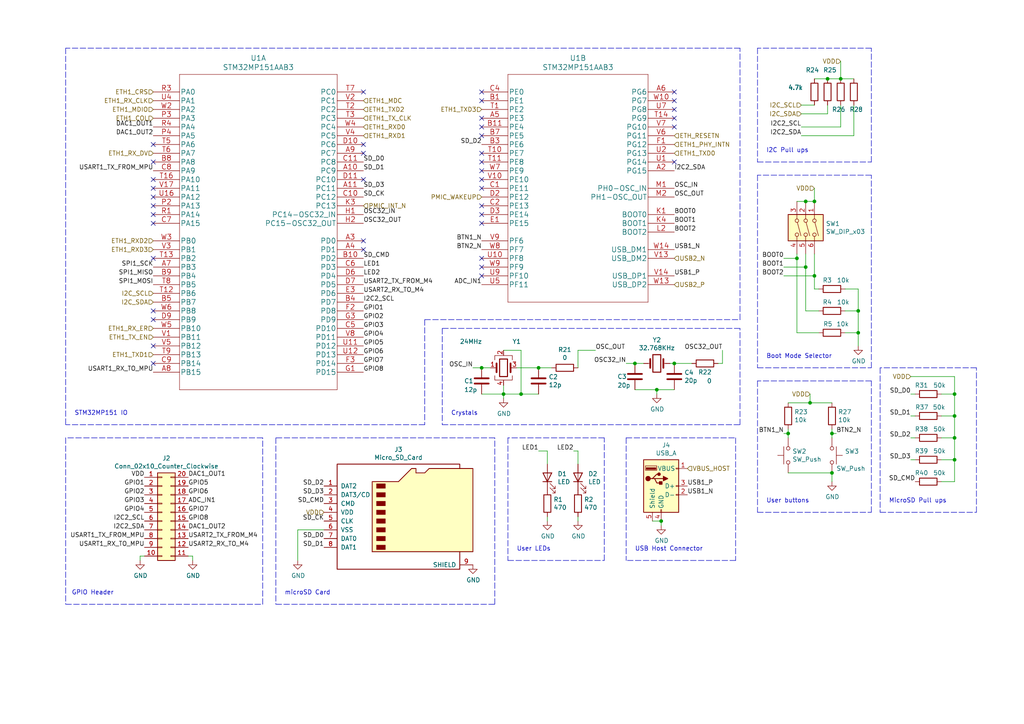
<source format=kicad_sch>
(kicad_sch (version 20211123) (generator eeschema)
  (paper "A4")
  (junction (at 241.3 125.73))
  (junction (at 190.5 113.03))
  (junction (at 243.84 22.86))
  (junction (at 151.13 114.3))
  (junction (at 236.22 80.01))
  (junction (at 276.86 114.3))
  (junction (at 156.21 106.68))
  (junction (at 241.3 137.16))
  (junction (at 233.68 77.47))
  (junction (at 233.68 58.42))
  (junction (at 276.86 127))
  (junction (at 231.14 74.93))
  (junction (at 195.58 105.41))
  (junction (at 248.92 90.17))
  (junction (at 184.15 105.41))
  (junction (at 236.22 58.42))
  (junction (at 276.86 133.35))
  (junction (at 191.77 151.13))
  (junction (at 276.86 120.65))
  (junction (at 240.03 22.86))
  (junction (at 234.95 116.84))
  (junction (at 248.92 96.52))
  (junction (at 146.05 114.3))
  (junction (at 228.6 125.73))
  (junction (at 139.7 106.68))
  (no_connect (at 139.7 39.37))
  (no_connect (at 139.7 46.99))
  (no_connect (at 105.41 52.07))
  (no_connect (at 44.45 57.15))
  (no_connect (at 139.7 74.93))
  (no_connect (at 44.45 62.23))
  (no_connect (at 44.45 74.93))
  (no_connect (at 139.7 52.07))
  (no_connect (at 139.7 34.29))
  (no_connect (at 195.58 46.99))
  (no_connect (at 44.45 54.61))
  (no_connect (at 44.45 41.91))
  (no_connect (at 139.7 54.61))
  (no_connect (at 105.41 44.45))
  (no_connect (at 105.41 72.39))
  (no_connect (at 139.7 36.83))
  (no_connect (at 139.7 64.77))
  (no_connect (at 44.45 90.17))
  (no_connect (at 44.45 52.07))
  (no_connect (at 139.7 62.23))
  (no_connect (at 195.58 36.83))
  (no_connect (at 139.7 80.01))
  (no_connect (at 105.41 69.85))
  (no_connect (at 105.41 26.67))
  (no_connect (at 195.58 34.29))
  (no_connect (at 44.45 59.69))
  (no_connect (at 44.45 64.77))
  (no_connect (at 139.7 26.67))
  (no_connect (at 105.41 41.91))
  (no_connect (at 195.58 31.75))
  (no_connect (at 44.45 100.33))
  (no_connect (at 139.7 44.45))
  (no_connect (at 195.58 29.21))
  (no_connect (at 195.58 26.67))
  (no_connect (at 44.45 46.99))
  (no_connect (at 139.7 59.69))
  (no_connect (at 44.45 92.71))
  (no_connect (at 139.7 29.21))
  (no_connect (at 139.7 77.47))
  (no_connect (at 44.45 105.41))
  (no_connect (at 139.7 49.53))
  (wire (pts (xy 234.95 116.84) (xy 234.95 114.3)))
  (wire (pts (xy 146.05 115.57) (xy 146.05 114.3)))
  (wire (pts (xy 264.16 127) (xy 265.43 127)))
  (wire (pts (xy 273.05 120.65) (xy 276.86 120.65)))
  (wire (pts (xy 151.13 114.3) (xy 156.21 114.3)))
  (wire (pts (xy 231.14 73.66) (xy 231.14 74.93)))
  (polyline (pts (xy 181.61 127) (xy 181.61 162.56)))
  (polyline (pts (xy 19.05 13.97) (xy 19.05 123.19)))
  (polyline (pts (xy 214.63 95.25) (xy 128.27 95.25)))
  (wire (pts (xy 40.64 162.56) (xy 40.64 161.29)))
  (polyline (pts (xy 252.73 50.8) (xy 219.71 50.8)))
  (polyline (pts (xy 214.63 123.19) (xy 214.63 95.25)))
  (wire (pts (xy 151.13 101.6) (xy 151.13 114.3)))
  (wire (pts (xy 227.33 74.93) (xy 231.14 74.93)))
  (wire (pts (xy 40.64 161.29) (xy 41.91 161.29)))
  (polyline (pts (xy 252.73 13.97) (xy 219.71 13.97)))
  (wire (pts (xy 167.64 101.6) (xy 172.72 101.6)))
  (wire (pts (xy 241.3 127) (xy 241.3 125.73)))
  (wire (pts (xy 245.11 96.52) (xy 248.92 96.52)))
  (wire (pts (xy 184.15 105.41) (xy 186.69 105.41)))
  (wire (pts (xy 264.16 133.35) (xy 265.43 133.35)))
  (polyline (pts (xy 181.61 127) (xy 213.36 127)))
  (wire (pts (xy 245.11 83.82) (xy 248.92 83.82)))
  (polyline (pts (xy 213.36 162.56) (xy 181.61 162.56)))
  (wire (pts (xy 240.03 22.86) (xy 243.84 22.86)))
  (wire (pts (xy 243.84 17.78) (xy 243.84 22.86)))
  (polyline (pts (xy 175.26 127) (xy 147.32 127)))
  (wire (pts (xy 86.36 153.67) (xy 93.98 153.67)))
  (wire (pts (xy 146.05 114.3) (xy 146.05 111.76)))
  (wire (pts (xy 234.95 116.84) (xy 241.3 116.84)))
  (wire (pts (xy 232.41 39.37) (xy 247.65 39.37)))
  (wire (pts (xy 276.86 120.65) (xy 276.86 127)))
  (wire (pts (xy 236.22 58.42) (xy 233.68 58.42)))
  (wire (pts (xy 139.7 106.68) (xy 142.24 106.68)))
  (polyline (pts (xy 175.26 162.56) (xy 175.26 127)))
  (polyline (pts (xy 219.71 46.99) (xy 252.73 46.99)))
  (wire (pts (xy 149.86 106.68) (xy 156.21 106.68)))
  (wire (pts (xy 264.16 109.22) (xy 276.86 109.22)))
  (wire (pts (xy 181.61 105.41) (xy 184.15 105.41)))
  (wire (pts (xy 243.84 22.86) (xy 247.65 22.86)))
  (wire (pts (xy 139.7 114.3) (xy 146.05 114.3)))
  (wire (pts (xy 167.64 130.81) (xy 167.64 134.62)))
  (wire (pts (xy 233.68 58.42) (xy 231.14 58.42)))
  (polyline (pts (xy 19.05 127) (xy 19.05 175.26)))
  (wire (pts (xy 273.05 127) (xy 276.86 127)))
  (wire (pts (xy 231.14 74.93) (xy 231.14 96.52)))
  (wire (pts (xy 209.55 105.41) (xy 208.28 105.41)))
  (wire (pts (xy 248.92 83.82) (xy 248.92 90.17)))
  (polyline (pts (xy 219.71 110.49) (xy 219.71 148.59)))
  (wire (pts (xy 240.03 33.02) (xy 240.03 30.48)))
  (polyline (pts (xy 80.01 175.26) (xy 143.51 175.26)))
  (polyline (pts (xy 143.51 175.26) (xy 143.51 127)))
  (polyline (pts (xy 283.21 106.68) (xy 255.27 106.68)))
  (polyline (pts (xy 76.2 175.26) (xy 76.2 127)))
  (polyline (pts (xy 143.51 127) (xy 80.01 127)))
  (wire (pts (xy 184.15 113.03) (xy 190.5 113.03)))
  (wire (pts (xy 209.55 101.6) (xy 209.55 105.41)))
  (polyline (pts (xy 123.19 92.71) (xy 123.19 123.19)))
  (wire (pts (xy 236.22 22.86) (xy 240.03 22.86)))
  (polyline (pts (xy 214.63 92.71) (xy 214.63 13.97)))
  (wire (pts (xy 146.05 101.6) (xy 151.13 101.6)))
  (wire (pts (xy 158.75 151.13) (xy 158.75 149.86)))
  (wire (pts (xy 55.88 162.56) (xy 55.88 161.29)))
  (wire (pts (xy 227.33 77.47) (xy 233.68 77.47)))
  (wire (pts (xy 195.58 105.41) (xy 200.66 105.41)))
  (wire (pts (xy 228.6 127) (xy 228.6 125.73)))
  (wire (pts (xy 241.3 139.7) (xy 241.3 137.16)))
  (wire (pts (xy 191.77 152.4) (xy 191.77 151.13)))
  (wire (pts (xy 236.22 80.01) (xy 236.22 83.82)))
  (wire (pts (xy 232.41 33.02) (xy 240.03 33.02)))
  (wire (pts (xy 236.22 83.82) (xy 237.49 83.82)))
  (wire (pts (xy 276.86 127) (xy 276.86 133.35)))
  (polyline (pts (xy 219.71 50.8) (xy 219.71 106.68)))
  (wire (pts (xy 233.68 73.66) (xy 233.68 77.47)))
  (wire (pts (xy 160.02 106.68) (xy 156.21 106.68)))
  (wire (pts (xy 228.6 125.73) (xy 228.6 124.46)))
  (polyline (pts (xy 255.27 148.59) (xy 283.21 148.59)))
  (polyline (pts (xy 123.19 123.19) (xy 19.05 123.19)))
  (polyline (pts (xy 255.27 106.68) (xy 255.27 148.59)))
  (wire (pts (xy 276.86 109.22) (xy 276.86 114.3)))
  (polyline (pts (xy 128.27 123.19) (xy 214.63 123.19)))
  (wire (pts (xy 243.84 36.83) (xy 243.84 30.48)))
  (wire (pts (xy 264.16 120.65) (xy 265.43 120.65)))
  (polyline (pts (xy 252.73 110.49) (xy 219.71 110.49)))
  (wire (pts (xy 232.41 30.48) (xy 236.22 30.48)))
  (wire (pts (xy 236.22 54.61) (xy 236.22 58.42)))
  (wire (pts (xy 190.5 113.03) (xy 195.58 113.03)))
  (wire (pts (xy 248.92 90.17) (xy 248.92 96.52)))
  (wire (pts (xy 242.57 125.73) (xy 241.3 125.73)))
  (polyline (pts (xy 219.71 148.59) (xy 252.73 148.59)))
  (polyline (pts (xy 283.21 148.59) (xy 283.21 106.68)))
  (wire (pts (xy 166.37 130.81) (xy 167.64 130.81)))
  (wire (pts (xy 137.16 106.68) (xy 139.7 106.68)))
  (polyline (pts (xy 19.05 175.26) (xy 76.2 175.26)))
  (wire (pts (xy 158.75 130.81) (xy 158.75 134.62)))
  (polyline (pts (xy 76.2 127) (xy 19.05 127)))
  (wire (pts (xy 273.05 114.3) (xy 276.86 114.3)))
  (wire (pts (xy 273.05 139.7) (xy 276.86 139.7)))
  (wire (pts (xy 167.64 106.68) (xy 167.64 101.6)))
  (wire (pts (xy 232.41 36.83) (xy 243.84 36.83)))
  (wire (pts (xy 276.86 133.35) (xy 276.86 139.7)))
  (polyline (pts (xy 147.32 127) (xy 147.32 162.56)))
  (wire (pts (xy 231.14 96.52) (xy 237.49 96.52)))
  (wire (pts (xy 247.65 39.37) (xy 247.65 30.48)))
  (wire (pts (xy 245.11 90.17) (xy 248.92 90.17)))
  (wire (pts (xy 227.33 80.01) (xy 236.22 80.01)))
  (wire (pts (xy 276.86 114.3) (xy 276.86 120.65)))
  (wire (pts (xy 228.6 137.16) (xy 241.3 137.16)))
  (wire (pts (xy 241.3 125.73) (xy 241.3 124.46)))
  (wire (pts (xy 55.88 161.29) (xy 54.61 161.29)))
  (wire (pts (xy 248.92 96.52) (xy 248.92 100.33)))
  (wire (pts (xy 227.33 125.73) (xy 228.6 125.73)))
  (wire (pts (xy 151.13 114.3) (xy 146.05 114.3)))
  (wire (pts (xy 233.68 77.47) (xy 233.68 90.17)))
  (wire (pts (xy 167.64 151.13) (xy 167.64 149.86)))
  (polyline (pts (xy 147.32 162.56) (xy 175.26 162.56)))
  (wire (pts (xy 190.5 114.3) (xy 190.5 113.03)))
  (polyline (pts (xy 252.73 148.59) (xy 252.73 110.49)))
  (polyline (pts (xy 214.63 13.97) (xy 19.05 13.97)))
  (polyline (pts (xy 252.73 46.99) (xy 252.73 13.97)))
  (wire (pts (xy 273.05 133.35) (xy 276.86 133.35)))
  (wire (pts (xy 194.31 105.41) (xy 195.58 105.41)))
  (polyline (pts (xy 123.19 92.71) (xy 214.63 92.71)))
  (polyline (pts (xy 128.27 95.25) (xy 128.27 123.19)))
  (polyline (pts (xy 219.71 106.68) (xy 252.73 106.68)))
  (polyline (pts (xy 252.73 106.68) (xy 252.73 50.8)))
  (polyline (pts (xy 213.36 127) (xy 213.36 162.56)))
  (wire (pts (xy 233.68 90.17) (xy 237.49 90.17)))
  (wire (pts (xy 236.22 73.66) (xy 236.22 80.01)))
  (wire (pts (xy 189.23 151.13) (xy 191.77 151.13)))
  (wire (pts (xy 264.16 114.3) (xy 265.43 114.3)))
  (wire (pts (xy 86.36 162.56) (xy 86.36 153.67)))
  (wire (pts (xy 228.6 116.84) (xy 234.95 116.84)))
  (wire (pts (xy 156.21 130.81) (xy 158.75 130.81)))
  (polyline (pts (xy 80.01 127) (xy 80.01 175.26)))
  (polyline (pts (xy 219.71 13.97) (xy 219.71 46.99)))
  (text "Crystals" (at 130.81 120.65 0) (effects (font (size 1.27 1.27)) (justify left bottom)))
  (text "MicroSD Pull ups\n" (at 257.81 146.05 0) (effects (font (size 1.27 1.27)) (justify left bottom)))
  (text "GPIO Header\n" (at 33.02 172.72 180) (effects (font (size 1.27 1.27)) (justify right bottom)))
  (text "User LEDs\n" (at 149.86 160.02 0) (effects (font (size 1.27 1.27)) (justify left bottom)))
  (text "STM32MP151 IO" (at 21.59 120.65 0) (effects (font (size 1.27 1.27)) (justify left bottom)))
  (text "I2C Pull ups\n" (at 222.25 44.45 0) (effects (font (size 1.27 1.27)) (justify left bottom)))
  (text "USB Host Connector" (at 184.15 160.02 0) (effects (font (size 1.27 1.27)) (justify left bottom)))
  (text "Boot Mode Selector" (at 222.25 104.14 0) (effects (font (size 1.27 1.27)) (justify left bottom)))
  (text "microSD Card\n" (at 82.55 172.72 0) (effects (font (size 1.27 1.27)) (justify left bottom)))
  (text "User buttons\n" (at 222.25 146.05 0) (effects (font (size 1.27 1.27)) (justify left bottom)))
  (label "GPIO6" (at 54.61 143.51 0))
  (label "SD_CMD" (at 265.43 139.7 180))
  (label "BOOT0" (at 227.33 74.93 180))
  (label "GPIO7" (at 54.61 148.59 0))
  (label "DAC1_OUT1" (at 54.61 138.43 0))
  (label "GPIO8" (at 54.61 151.13 0))
  (label "GPIO5" (at 105.41 100.33 0))
  (label "SD_D0" (at 93.98 156.21 180))
  (label "USB1_P" (at 195.58 80.01 0))
  (label "USART2_TX_FROM_M4" (at 54.61 156.21 0))
  (label "LED1" (at 156.21 130.81 180))
  (label "SD_D2" (at 93.98 140.97 180))
  (label "I2C2_SCL" (at 41.91 151.13 180))
  (label "BTN2_N" (at 242.57 125.73 0))
  (label "GPIO7" (at 105.41 105.41 0))
  (label "GPIO4" (at 105.41 97.79 0))
  (label "USART2_RX_TO_M4" (at 105.41 85.09 0))
  (label "GPIO1" (at 105.41 90.17 0))
  (label "LED2" (at 166.37 130.81 180))
  (label "SD_CK" (at 93.98 151.13 180))
  (label "SD_D1" (at 93.98 158.75 180))
  (label "OSC_OUT" (at 195.58 57.15 0))
  (label "OSC32_IN" (at 105.41 62.23 0))
  (label "BOOT2" (at 227.33 80.01 180))
  (label "LED1" (at 105.41 77.47 0))
  (label "GPIO2" (at 105.41 92.71 0))
  (label "I2C2_SCL" (at 232.41 36.83 180))
  (label "SD_CK" (at 105.41 57.15 0))
  (label "SD_D3" (at 264.16 133.35 180))
  (label "DAC1_OUT2" (at 44.45 39.37 180))
  (label "USART1_TX_FROM_MPU" (at 44.45 49.53 180))
  (label "USB1_N" (at 195.58 72.39 0))
  (label "BTN1_N" (at 227.33 125.73 180))
  (label "GPIO6" (at 105.41 102.87 0))
  (label "GPIO8" (at 105.41 107.95 0))
  (label "I2C2_SDA" (at 41.91 153.67 180))
  (label "OSC32_OUT" (at 209.55 101.6 180))
  (label "OSC32_OUT" (at 105.41 64.77 0))
  (label "USART2_RX_TO_M4" (at 54.61 158.75 0))
  (label "I2C2_SCL" (at 105.41 87.63 0))
  (label "BOOT1" (at 195.58 64.77 0))
  (label "OSC_IN" (at 137.16 106.68 180))
  (label "OSC_OUT" (at 172.72 101.6 0))
  (label "SD_D3" (at 93.98 143.51 180))
  (label "SPI1_MISO" (at 44.45 80.01 180))
  (label "USB1_N" (at 199.39 143.51 0))
  (label "BTN1_N" (at 139.7 69.85 180))
  (label "GPIO3" (at 105.41 95.25 0))
  (label "LED2" (at 105.41 80.01 0))
  (label "ADC_IN1" (at 54.61 146.05 0))
  (label "GPIO5" (at 54.61 140.97 0))
  (label "BTN2_N" (at 139.7 72.39 180))
  (label "SD_D1" (at 264.16 120.65 180))
  (label "SD_D0" (at 264.16 114.3 180))
  (label "SD_D2" (at 139.7 41.91 180))
  (label "I2C2_SDA" (at 195.58 49.53 0))
  (label "SD_D2" (at 264.16 127 180))
  (label "USART1_TX_FROM_MPU" (at 41.91 156.21 180))
  (label "USART1_RX_TO_MPU" (at 44.45 107.95 180))
  (label "SD_D3" (at 105.41 54.61 0))
  (label "BOOT0" (at 195.58 62.23 0))
  (label "GPIO2" (at 41.91 143.51 180))
  (label "SD_CMD" (at 105.41 74.93 0))
  (label "VDD" (at 41.91 138.43 180))
  (label "USB1_P" (at 199.39 140.97 0))
  (label "SD_CMD" (at 93.98 146.05 180))
  (label "USART1_RX_TO_MPU" (at 41.91 158.75 180))
  (label "ADC_IN1" (at 139.7 82.55 180))
  (label "USART2_TX_FROM_M4" (at 105.41 82.55 0))
  (label "OSC32_IN" (at 181.61 105.41 180))
  (label "GPIO1" (at 41.91 140.97 180))
  (label "GPIO4" (at 41.91 148.59 180))
  (label "BOOT2" (at 195.58 67.31 0))
  (label "DAC1_OUT2" (at 54.61 153.67 0))
  (label "I2C2_SDA" (at 232.41 39.37 180))
  (label "BOOT1" (at 227.33 77.47 180))
  (label "OSC_IN" (at 195.58 54.61 0))
  (label "SPI1_SCK" (at 44.45 77.47 180))
  (label "SD_D0" (at 105.41 46.99 0))
  (label "SPI1_MOSI" (at 44.45 82.55 180))
  (label "SD_D1" (at 105.41 49.53 0))
  (label "GPIO3" (at 41.91 146.05 180))
  (label "DAC1_OUT1" (at 44.45 36.83 180))
  (hierarchical_label "ETH1_MDIO" (shape input) (at 44.45 31.75 180))
  (hierarchical_label "PMIC_INT_N" (shape input) (at 105.41 59.69 0))
  (hierarchical_label "ETH1_RX_ER" (shape input) (at 44.45 95.25 180))
  (hierarchical_label "ETH1_TX_EN" (shape input) (at 44.45 97.79 180))
  (hierarchical_label "VBUS_HOST" (shape input) (at 199.39 135.89 0))
  (hierarchical_label "ETH1_RXD3" (shape input) (at 44.45 72.39 180))
  (hierarchical_label "VDD" (shape input) (at 243.84 17.78 180))
  (hierarchical_label "ETH1_TXD1" (shape input) (at 44.45 102.87 180))
  (hierarchical_label "PMIC_WAKEUP" (shape input) (at 139.7 57.15 180))
  (hierarchical_label "VDD" (shape input) (at 264.16 109.22 180))
  (hierarchical_label "USB2_P" (shape input) (at 195.58 82.55 0))
  (hierarchical_label "I2C_SDA" (shape input) (at 232.41 33.02 180))
  (hierarchical_label "VDD" (shape input) (at 236.22 54.61 180))
  (hierarchical_label "VDD" (shape input) (at 93.98 148.59 180))
  (hierarchical_label "I2C_SCL" (shape input) (at 44.45 85.09 180))
  (hierarchical_label "USB2_N" (shape input) (at 195.58 74.93 0))
  (hierarchical_label "I2C_SCL" (shape input) (at 232.41 30.48 180))
  (hierarchical_label "ETH1_CRS" (shape input) (at 44.45 26.67 180))
  (hierarchical_label "ETH1_MDC" (shape input) (at 105.41 29.21 0))
  (hierarchical_label "ETH1_PHY_INTN" (shape input) (at 195.58 41.91 0))
  (hierarchical_label "ETH1_RXD0" (shape input) (at 105.41 36.83 0))
  (hierarchical_label "VDD" (shape input) (at 234.95 114.3 180))
  (hierarchical_label "ETH1_RXD2" (shape input) (at 44.45 69.85 180))
  (hierarchical_label "ETH1_TXD0" (shape input) (at 195.58 44.45 0))
  (hierarchical_label "ETH1_COL" (shape input) (at 44.45 34.29 180))
  (hierarchical_label "ETH_RESETN" (shape input) (at 195.58 39.37 0))
  (hierarchical_label "ETH1_TX_CLK" (shape input) (at 105.41 34.29 0))
  (hierarchical_label "ETH1_RX_CLK" (shape input) (at 44.45 29.21 180))
  (hierarchical_label "ETH1_RXD1" (shape input) (at 105.41 39.37 0))
  (hierarchical_label "ETH1_RX_DV" (shape input) (at 44.45 44.45 180))
  (hierarchical_label "ETH1_TXD2" (shape input) (at 105.41 31.75 0))
  (hierarchical_label "I2C_SDA" (shape input) (at 44.45 87.63 180))
  (hierarchical_label "ETH1_TXD3" (shape input) (at 139.7 31.75 180))
  (symbol (lib_id "LinuxBoard:STM32MP151AAB3") (at 44.45 26.67 0) (unit 1)
    (property "Reference" "U1" (at 74.93 16.8402 0) (effects (font (size 1.524 1.524))))
    (property "Value" "STM32MP151AAB3" (at 74.93 19.5326 0) (effects (font (size 1.524 1.524))))
    (property "Footprint" "LinuxBoard:STM32MP151AAB3" (effects hide))
  )
  (symbol (lib_id "LinuxBoard:STM32MP151AAB3") (at 139.7 26.67 0) (unit 2)
    (property "Reference" "U1" (at 167.64 16.8402 0) (effects (font (size 1.524 1.524))))
    (property "Value" "STM32MP151AAB3" (at 167.64 19.5326 0) (effects (font (size 1.524 1.524))))
    (property "Footprint" "LinuxBoard:STM32MP151AAB3" (effects hide))
  )
  (symbol (lib_id "Switch:SW_DIP_x03") (at 231.14 66.04 270) (unit 1)
    (property "Reference" "SW1" (at 239.522 64.8716 90) (effects (justify left)))
    (property "Value" "SW_DIP_x03" (at 239.522 67.183 90) (effects (justify left)))
    (property "Footprint" "Button_Switch_SMD:SW_DIP_SPSTx03_Slide_Omron_A6S-310x_W8.9mm_P2.54mm" (effects hide))
  )
  (symbol (lib_id "Device:R") (at 241.3 96.52 270) (unit 1)
    (property "Reference" "R5" (at 238.76 93.98 90) (effects (justify left)))
    (property "Value" "10k" (at 242.57 93.98 90) (effects (justify left)))
    (property "Footprint" "Resistor_SMD:R_0603_1608Metric_Pad1.05x0.95mm_HandSolder" (effects hide))
  )
  (symbol (lib_id "Device:R") (at 241.3 90.17 90) (unit 1)
    (property "Reference" "R4" (at 241.3 87.63 90) (effects (justify left)))
    (property "Value" "10k" (at 246.38 87.63 90) (effects (justify left)))
    (property "Footprint" "Resistor_SMD:R_0603_1608Metric_Pad1.05x0.95mm_HandSolder" (effects hide))
  )
  (symbol (lib_id "Device:R") (at 241.3 83.82 90) (unit 1)
    (property "Reference" "R3" (at 241.3 81.28 90) (effects (justify left)))
    (property "Value" "10k" (at 246.38 81.28 90) (effects (justify left)))
    (property "Footprint" "Resistor_SMD:R_0603_1608Metric_Pad1.05x0.95mm_HandSolder" (effects hide))
  )
  (symbol (lib_id "Device:Crystal_GND24") (at 146.05 106.68 0) (unit 1)
    (property "Reference" "Y1" (at 148.59 99.06 0) (effects (justify left)))
    (property "Value" "24MHz" (at 133.35 99.06 0) (effects (justify left)))
    (property "Footprint" "Crystal:Crystal_SMD_2016-4Pin_2.0x1.6mm" (effects hide))
  )
  (symbol (lib_id "Device:R") (at 158.75 146.05 0) (unit 1)
    (property "Reference" "R1" (at 160.528 144.8816 0) (effects (justify left)))
    (property "Value" "470" (at 160.528 147.193 0) (effects (justify left)))
    (property "Footprint" "Resistor_SMD:R_0603_1608Metric_Pad1.05x0.95mm_HandSolder" (effects hide))
  )
  (symbol (lib_id "Device:LED") (at 158.75 138.43 90) (unit 1)
    (property "Reference" "D1" (at 161.7218 137.4394 90) (effects (justify right)))
    (property "Value" "LED" (at 161.7218 139.7508 90) (effects (justify right)))
    (property "Footprint" "LED_SMD:LED_0603_1608Metric" (effects hide))
  )
  (symbol (lib_id "power:GND") (at 158.75 151.13 0) (unit 1)
    (property "Reference" "#PWR06" (effects hide))
    (property "Value" "GND" (at 158.877 155.5242 0))
  )
  (symbol (lib_id "Device:R") (at 167.64 146.05 0) (unit 1)
    (property "Reference" "R2" (at 169.418 144.8816 0) (effects (justify left)))
    (property "Value" "470" (at 169.418 147.193 0) (effects (justify left)))
    (property "Footprint" "Resistor_SMD:R_0603_1608Metric_Pad1.05x0.95mm_HandSolder" (effects hide))
  )
  (symbol (lib_id "Device:LED") (at 167.64 138.43 90) (unit 1)
    (property "Reference" "D2" (at 170.6118 137.4394 90) (effects (justify right)))
    (property "Value" "LED" (at 170.6118 139.7508 90) (effects (justify right)))
    (property "Footprint" "LED_SMD:LED_0603_1608Metric" (effects hide))
  )
  (symbol (lib_id "power:GND") (at 167.64 151.13 0) (unit 1)
    (property "Reference" "#PWR07" (effects hide))
    (property "Value" "GND" (at 167.767 155.5242 0))
  )
  (symbol (lib_id "Connector:Micro_SD_Card") (at 116.84 148.59 0) (unit 1)
    (property "Reference" "J3" (at 115.57 130.3782 0))
    (property "Value" "Micro_SD_Card" (at 115.57 132.6896 0))
    (property "Footprint" "Connector_Card:microSD_HC_Wuerth_693072010801" (effects hide))
    (property "Datasheet" "http://katalog.we-online.de/em/datasheet/693072010801.pdf" (effects hide))
  )
  (symbol (lib_id "power:GND") (at 137.16 163.83 0) (unit 1)
    (property "Reference" "#PWR02" (effects hide))
    (property "Value" "GND" (at 137.287 168.2242 0))
  )
  (symbol (lib_id "power:GND") (at 86.36 162.56 0) (unit 1)
    (property "Reference" "#PWR01" (effects hide))
    (property "Value" "GND" (at 86.487 166.9542 0))
  )
  (symbol (lib_id "power:GND") (at 55.88 162.56 0) (unit 1)
    (property "Reference" "#PWR010" (effects hide))
    (property "Value" "GND" (at 56.007 166.9542 0))
  )
  (symbol (lib_id "power:GND") (at 40.64 162.56 0) (unit 1)
    (property "Reference" "#PWR05" (effects hide))
    (property "Value" "GND" (at 40.767 166.9542 0))
  )
  (symbol (lib_id "Device:Crystal") (at 190.5 105.41 0) (unit 1)
    (property "Reference" "Y2" (at 190.5 98.6028 0))
    (property "Value" "32.768KHz" (at 190.5 100.9142 0))
    (property "Footprint" "Crystal:Crystal_SMD_TXC_9HT11-2Pin_2.0x1.2mm" (effects hide))
  )
  (symbol (lib_id "Device:R") (at 204.47 105.41 270) (unit 1)
    (property "Reference" "R22" (at 204.47 107.95 90))
    (property "Value" "0" (at 205.74 110.49 90))
    (property "Footprint" "Resistor_SMD:R_0603_1608Metric_Pad1.05x0.95mm_HandSolder" (effects hide))
  )
  (symbol (lib_id "Device:R") (at 163.83 106.68 270) (unit 1)
    (property "Reference" "R21" (at 163.83 101.4222 90))
    (property "Value" "0" (at 163.83 103.7336 90))
    (property "Footprint" "Resistor_SMD:R_0603_1608Metric_Pad1.05x0.95mm_HandSolder" (effects hide))
  )
  (symbol (lib_id "Switch:SW_Push") (at 241.3 132.08 270) (unit 1)
    (property "Reference" "SW3" (at 245.0592 130.9116 90) (effects (justify left)))
    (property "Value" "SW_Push" (at 242.57 135.89 90) (effects (justify left)))
    (property "Footprint" "Button_Switch_SMD:SW_Push_1P1T_NO_6x6mm_H9.5mm" (effects hide))
  )
  (symbol (lib_id "Switch:SW_Push") (at 228.6 132.08 90) (unit 1)
    (property "Reference" "SW2" (at 229.8192 130.9116 90) (effects (justify right)))
    (property "Value" "SW_Push" (at 229.8192 133.223 90) (effects (justify right)))
    (property "Footprint" "Button_Switch_SMD:SW_Push_1P1T_NO_6x6mm_H9.5mm" (effects hide))
  )
  (symbol (lib_id "Device:R") (at 228.6 120.65 0) (unit 1)
    (property "Reference" "R23" (at 230.378 119.4816 0) (effects (justify left)))
    (property "Value" "10k" (at 230.378 121.793 0) (effects (justify left)))
    (property "Footprint" "Resistor_SMD:R_0603_1608Metric_Pad1.05x0.95mm_HandSolder" (effects hide))
  )
  (symbol (lib_id "Device:R") (at 241.3 120.65 0) (unit 1)
    (property "Reference" "R27" (at 243.078 119.4816 0) (effects (justify left)))
    (property "Value" "10k" (at 243.078 121.793 0) (effects (justify left)))
    (property "Footprint" "Resistor_SMD:R_0603_1608Metric_Pad1.05x0.95mm_HandSolder" (effects hide))
  )
  (symbol (lib_id "power:GND") (at 241.3 139.7 0) (unit 1)
    (property "Reference" "#PWR011" (effects hide))
    (property "Value" "GND" (at 241.427 144.0942 0))
  )
  (symbol (lib_id "Device:R") (at 236.22 26.67 0) (unit 1)
    (property "Reference" "R24" (at 233.68 20.32 0) (effects (justify left)))
    (property "Value" "4.7k" (at 228.6 25.4 0) (effects (justify left)))
    (property "Footprint" "Resistor_SMD:R_0603_1608Metric_Pad1.05x0.95mm_HandSolder" (effects hide))
  )
  (symbol (lib_id "Device:R") (at 240.03 26.67 0) (unit 1)
    (property "Reference" "R25" (at 238.76 20.32 0) (effects (justify left)))
    (property "Value" "4.7k" (at 228.6 25.4 0) (effects (justify left)))
    (property "Footprint" "Resistor_SMD:R_0603_1608Metric_Pad1.05x0.95mm_HandSolder" (effects hide))
  )
  (symbol (lib_id "Device:R") (at 243.84 26.67 0) (unit 1)
    (property "Reference" "R26" (at 241.3 31.75 0) (effects (justify left)))
    (property "Value" "4.7k" (at 228.6 25.4 0) (effects (justify left)))
    (property "Footprint" "Resistor_SMD:R_0603_1608Metric_Pad1.05x0.95mm_HandSolder" (effects hide))
  )
  (symbol (lib_id "Device:R") (at 247.65 26.67 0) (unit 1)
    (property "Reference" "R28" (at 246.38 31.75 0) (effects (justify left)))
    (property "Value" "4.7k" (at 228.6 25.4 0) (effects (justify left)))
    (property "Footprint" "Resistor_SMD:R_0603_1608Metric_Pad1.05x0.95mm_HandSolder" (effects hide))
  )
  (symbol (lib_id "power:GND") (at 248.92 100.33 0) (unit 1)
    (property "Reference" "#PWR08" (effects hide))
    (property "Value" "GND" (at 249.047 104.7242 0))
  )
  (symbol (lib_id "Connector_Generic:Conn_02x10_Counter_Clockwise") (at 46.99 148.59 0) (unit 1)
    (property "Reference" "J2" (at 48.26 132.9182 0))
    (property "Value" "Conn_02x10_Counter_Clockwise" (at 48.26 135.2296 0))
    (property "Footprint" "Connector_IDC:IDC-Header_2x10_P2.54mm_Vertical" (effects hide))
  )
  (symbol (lib_id "power:GND") (at 146.05 115.57 0) (unit 1)
    (property "Reference" "#PWR03" (effects hide))
    (property "Value" "GND" (at 146.177 119.9642 0))
  )
  (symbol (lib_id "Device:C") (at 156.21 110.49 0) (unit 1)
    (property "Reference" "C2" (at 159.131 109.3216 0) (effects (justify left)))
    (property "Value" "12p" (at 159.131 111.633 0) (effects (justify left)))
    (property "Footprint" "Capacitor_SMD:C_0603_1608Metric" (effects hide))
  )
  (symbol (lib_id "Device:C") (at 139.7 110.49 0) (unit 1)
    (property "Reference" "C1" (at 134.62 110.49 0) (effects (justify left)))
    (property "Value" "12p" (at 134.62 113.03 0) (effects (justify left)))
    (property "Footprint" "Capacitor_SMD:C_0603_1608Metric" (effects hide))
  )
  (symbol (lib_id "power:GND") (at 190.5 114.3 0) (unit 1)
    (property "Reference" "#PWR09" (effects hide))
    (property "Value" "GND" (at 190.627 118.6942 0))
  )
  (symbol (lib_id "Device:C") (at 195.58 109.22 0) (unit 1)
    (property "Reference" "C4" (at 198.501 108.0516 0) (effects (justify left)))
    (property "Value" "20p" (at 198.501 110.363 0) (effects (justify left)))
    (property "Footprint" "Capacitor_SMD:C_0603_1608Metric" (effects hide))
  )
  (symbol (lib_id "Device:C") (at 184.15 109.22 0) (unit 1)
    (property "Reference" "C3" (at 179.07 109.22 0) (effects (justify left)))
    (property "Value" "20p" (at 179.07 111.76 0) (effects (justify left)))
    (property "Footprint" "Capacitor_SMD:C_0603_1608Metric" (effects hide))
  )
  (symbol (lib_id "Connector:USB_A") (at 191.77 140.97 0) (unit 1)
    (property "Reference" "J4" (at 193.2178 129.1082 0))
    (property "Value" "USB_A" (at 193.2178 131.4196 0))
    (property "Footprint" "Connector_USB:USB_A_Stewart_SS-52100-001_Horizontal" (effects hide))
    (property "Datasheet" " ~" (effects hide))
  )
  (symbol (lib_id "power:GND") (at 191.77 152.4 0) (unit 1)
    (property "Reference" "#PWR04" (effects hide))
    (property "Value" "GND" (at 191.897 156.7942 0))
  )
  (symbol (lib_id "Device:R") (at 269.24 139.7 90) (unit 1)
    (property "Reference" "R40" (at 269.24 137.16 90) (effects (justify left)))
    (property "Value" "50k" (at 274.32 137.16 90) (effects (justify left)))
    (property "Footprint" "Resistor_SMD:R_0603_1608Metric_Pad0.98x0.95mm_HandSolder" (effects hide))
  )
  (symbol (lib_id "Device:R") (at 269.24 127 90) (unit 1)
    (property "Reference" "R38" (at 269.24 124.46 90) (effects (justify left)))
    (property "Value" "50k" (at 274.32 124.46 90) (effects (justify left)))
    (property "Footprint" "Resistor_SMD:R_0603_1608Metric_Pad0.98x0.95mm_HandSolder" (effects hide))
  )
  (symbol (lib_id "Device:R") (at 269.24 133.35 90) (unit 1)
    (property "Reference" "R39" (at 269.24 130.81 90) (effects (justify left)))
    (property "Value" "50k" (at 274.32 130.81 90) (effects (justify left)))
    (property "Footprint" "Resistor_SMD:R_0603_1608Metric_Pad0.98x0.95mm_HandSolder" (effects hide))
  )
  (symbol (lib_id "Device:R") (at 269.24 114.3 90) (unit 1)
    (property "Reference" "R31" (at 269.24 111.76 90) (effects (justify left)))
    (property "Value" "50k" (at 274.32 111.76 90) (effects (justify left)))
    (property "Footprint" "Resistor_SMD:R_0603_1608Metric_Pad0.98x0.95mm_HandSolder" (effects hide))
  )
  (symbol (lib_id "Device:R") (at 269.24 120.65 270) (unit 1)
    (property "Reference" "R37" (at 265.43 118.11 90) (effects (justify left)))
    (property "Value" "50k" (at 270.51 118.11 90) (effects (justify left)))
    (property "Footprint" "Resistor_SMD:R_0603_1608Metric_Pad0.98x0.95mm_HandSolder" (effects hide))
  )
)
</source>
